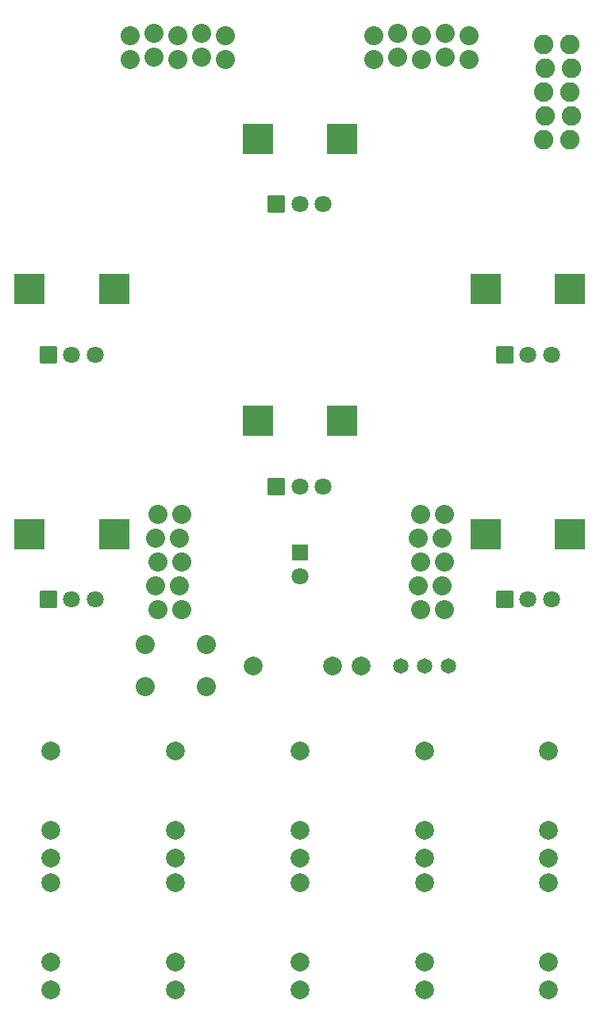
<source format=gbs>
%TF.GenerationSoftware,KiCad,Pcbnew,7.0.8*%
%TF.CreationDate,2024-02-25T22:02:07-05:00*%
%TF.ProjectId,lichen-dev-module,6c696368-656e-42d6-9465-762d6d6f6475,1.0*%
%TF.SameCoordinates,Original*%
%TF.FileFunction,Soldermask,Bot*%
%TF.FilePolarity,Negative*%
%FSLAX46Y46*%
G04 Gerber Fmt 4.6, Leading zero omitted, Abs format (unit mm)*
G04 Created by KiCad (PCBNEW 7.0.8) date 2024-02-25 22:02:07*
%MOMM*%
%LPD*%
G01*
G04 APERTURE LIST*
G04 Aperture macros list*
%AMRoundRect*
0 Rectangle with rounded corners*
0 $1 Rounding radius*
0 $2 $3 $4 $5 $6 $7 $8 $9 X,Y pos of 4 corners*
0 Add a 4 corners polygon primitive as box body*
4,1,4,$2,$3,$4,$5,$6,$7,$8,$9,$2,$3,0*
0 Add four circle primitives for the rounded corners*
1,1,$1+$1,$2,$3*
1,1,$1+$1,$4,$5*
1,1,$1+$1,$6,$7*
1,1,$1+$1,$8,$9*
0 Add four rect primitives between the rounded corners*
20,1,$1+$1,$2,$3,$4,$5,0*
20,1,$1+$1,$4,$5,$6,$7,0*
20,1,$1+$1,$6,$7,$8,$9,0*
20,1,$1+$1,$8,$9,$2,$3,0*%
G04 Aperture macros list end*
%ADD10C,2.000000*%
%ADD11RoundRect,0.076200X-0.825000X0.825000X-0.825000X-0.825000X0.825000X-0.825000X0.825000X0.825000X0*%
%ADD12C,1.802400*%
%ADD13RoundRect,0.076200X-1.558000X1.558000X-1.558000X-1.558000X1.558000X-1.558000X1.558000X1.558000X0*%
%ADD14C,2.032000*%
%ADD15R,1.800000X1.800000*%
%ADD16C,1.800000*%
%ADD17C,1.651000*%
%ADD18C,2.082800*%
G04 APERTURE END LIST*
D10*
%TO.C,J10*%
X161950000Y-216930000D03*
X161950000Y-205430000D03*
X161950000Y-213930000D03*
%TD*%
%TO.C,J11*%
X141900000Y-182321000D03*
X130400000Y-182321000D03*
X138900000Y-182321000D03*
%TD*%
D11*
%TO.C,RV4*%
X108563000Y-175265000D03*
D12*
X111063000Y-175265000D03*
X113563000Y-175265000D03*
D13*
X106563000Y-168265000D03*
X115563000Y-168265000D03*
%TD*%
D10*
%TO.C,J4*%
X122125000Y-216930000D03*
X122125000Y-205430000D03*
X122125000Y-213930000D03*
%TD*%
%TO.C,J8*%
X108850000Y-216930000D03*
X108850000Y-205430000D03*
X108850000Y-213930000D03*
%TD*%
D11*
%TO.C,RV2*%
X108563000Y-149163000D03*
D12*
X111063000Y-149163000D03*
X113563000Y-149163000D03*
D13*
X106563000Y-142163000D03*
X115563000Y-142163000D03*
%TD*%
D11*
%TO.C,RV6*%
X157237000Y-175265000D03*
D12*
X159737000Y-175265000D03*
X162237000Y-175265000D03*
D13*
X155237000Y-168265000D03*
X164237000Y-168265000D03*
%TD*%
D10*
%TO.C,J5*%
X135400000Y-216930000D03*
X135400000Y-205430000D03*
X135400000Y-213930000D03*
%TD*%
%TO.C,J6*%
X148675000Y-216930000D03*
X148675000Y-205430000D03*
X148675000Y-213930000D03*
%TD*%
%TO.C,J9*%
X161950000Y-202875000D03*
X161950000Y-191375000D03*
X161950000Y-199875000D03*
%TD*%
%TO.C,J2*%
X135400000Y-202875000D03*
X135400000Y-191375000D03*
X135400000Y-199875000D03*
%TD*%
D14*
%TO.C,B1*%
X118873800Y-180060400D03*
X125376200Y-180060400D03*
X118873800Y-184581600D03*
X125376200Y-184581600D03*
%TD*%
D15*
%TO.C,LED1*%
X135400000Y-170274000D03*
D16*
X135400000Y-172814000D03*
%TD*%
D11*
%TO.C,RV5*%
X132900000Y-163219000D03*
D12*
X135400000Y-163219000D03*
X137900000Y-163219000D03*
D13*
X130900000Y-156219000D03*
X139900000Y-156219000D03*
%TD*%
D10*
%TO.C,J3*%
X148675000Y-202875000D03*
X148675000Y-191375000D03*
X148675000Y-199875000D03*
%TD*%
%TO.C,J1*%
X122125000Y-202875000D03*
X122125000Y-191375000D03*
X122125000Y-199875000D03*
%TD*%
D11*
%TO.C,RV1*%
X132900000Y-133102000D03*
D12*
X135400000Y-133102000D03*
X137900000Y-133102000D03*
D13*
X130900000Y-126102000D03*
X139900000Y-126102000D03*
%TD*%
D10*
%TO.C,J7*%
X108850000Y-202875000D03*
X108850000Y-191375000D03*
X108850000Y-199875000D03*
%TD*%
D17*
%TO.C,SW1*%
X146135000Y-182321000D03*
X148675000Y-182321000D03*
X151215000Y-182321000D03*
%TD*%
D11*
%TO.C,RV3*%
X157237000Y-149163000D03*
D12*
X159737000Y-149163000D03*
X162237000Y-149163000D03*
D13*
X155237000Y-142163000D03*
X164237000Y-142163000D03*
%TD*%
D14*
%TO.C,MCU1*%
X150797000Y-176363000D03*
X150543000Y-173823000D03*
X150797000Y-171283000D03*
X150543000Y-168743000D03*
X150797000Y-166203000D03*
X148257000Y-166203000D03*
X148003000Y-168743000D03*
X148257000Y-171283000D03*
X148003000Y-173823000D03*
X148257000Y-176363000D03*
X153480000Y-115140000D03*
X150940000Y-114886000D03*
X148400000Y-115140000D03*
X145860000Y-114886000D03*
X143320000Y-115140000D03*
X143320000Y-117680000D03*
X145860000Y-117426000D03*
X148400000Y-117680000D03*
X150940000Y-117426000D03*
X153480000Y-117680000D03*
X127480000Y-115140000D03*
X124940000Y-114886000D03*
X122400000Y-115140000D03*
X119860000Y-114886000D03*
X117320000Y-115140000D03*
X117320000Y-117680000D03*
X119860000Y-117426000D03*
X122400000Y-117680000D03*
X124940000Y-117426000D03*
X127480000Y-117680000D03*
X122797000Y-176363000D03*
X122543000Y-173823000D03*
X122797000Y-171283000D03*
X122543000Y-168743000D03*
X122797000Y-166203000D03*
X120257000Y-166203000D03*
X120003000Y-168743000D03*
X120257000Y-171283000D03*
X120003000Y-173823000D03*
X120257000Y-176363000D03*
%TD*%
D18*
%TO.C,PWR1*%
X161376000Y-126210000D03*
X164170000Y-126210000D03*
X161579200Y-123670000D03*
X164373200Y-123670000D03*
X161376000Y-121130000D03*
X164170000Y-121130000D03*
X161579200Y-118590000D03*
X164373200Y-118590000D03*
X161376000Y-116050000D03*
X164170000Y-116050000D03*
%TD*%
M02*

</source>
